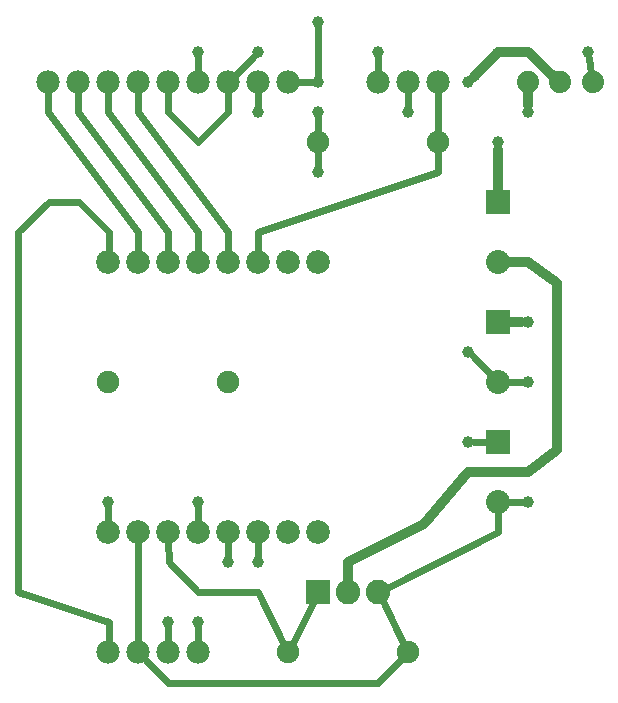
<source format=gbl>
G04 MADE WITH FRITZING*
G04 WWW.FRITZING.ORG*
G04 DOUBLE SIDED*
G04 HOLES PLATED*
G04 CONTOUR ON CENTER OF CONTOUR VECTOR*
%ASAXBY*%
%FSLAX23Y23*%
%MOIN*%
%OFA0B0*%
%SFA1.0B1.0*%
%ADD10C,0.039370*%
%ADD11C,0.079391*%
%ADD12C,0.082000*%
%ADD13C,0.074000*%
%ADD14C,0.078000*%
%ADD15C,0.075000*%
%ADD16C,0.080000*%
%ADD17R,0.082000X0.082000*%
%ADD18R,0.080000X0.080000*%
%ADD19C,0.024000*%
%ADD20C,0.032000*%
%LNCOPPER0*%
G90*
G70*
G54D10*
X422Y647D03*
X722Y647D03*
X722Y2147D03*
X922Y2147D03*
X922Y1947D03*
X1322Y2147D03*
X1122Y1947D03*
X1122Y1747D03*
X1422Y1947D03*
X2022Y2147D03*
X1622Y2047D03*
X1722Y1847D03*
X1822Y1947D03*
X1822Y1247D03*
X1822Y647D03*
X1822Y1047D03*
X1622Y1147D03*
X1622Y847D03*
X822Y447D03*
X622Y247D03*
X922Y447D03*
X722Y247D03*
X1122Y2047D03*
X1122Y2247D03*
G54D11*
X1122Y1447D03*
X1022Y1447D03*
X922Y1447D03*
X822Y1447D03*
X722Y1447D03*
X622Y1447D03*
X522Y1447D03*
X422Y1447D03*
X422Y547D03*
X522Y547D03*
X622Y547D03*
X722Y547D03*
X822Y547D03*
X922Y547D03*
X1022Y547D03*
X1122Y547D03*
G54D12*
X1122Y347D03*
X1222Y347D03*
X1322Y347D03*
G54D13*
X1822Y2047D03*
X1929Y2047D03*
X2036Y2047D03*
G54D14*
X722Y2047D03*
X622Y2047D03*
X522Y2047D03*
X422Y2047D03*
X322Y2047D03*
X222Y2047D03*
X822Y2047D03*
X922Y2047D03*
X1022Y2047D03*
X1322Y2047D03*
X1422Y2047D03*
X1522Y2047D03*
X422Y147D03*
X522Y147D03*
X622Y147D03*
X722Y147D03*
G54D15*
X1122Y1847D03*
X1522Y1847D03*
X1422Y147D03*
X1022Y147D03*
X822Y1047D03*
X422Y1047D03*
G54D16*
X1722Y1647D03*
X1722Y1447D03*
X1722Y1247D03*
X1722Y1047D03*
X1722Y847D03*
X1722Y647D03*
G54D17*
X1122Y347D03*
G54D18*
X1722Y1647D03*
X1722Y1247D03*
X1722Y847D03*
G54D19*
X522Y178D02*
X522Y517D01*
D02*
X422Y628D02*
X422Y578D01*
D02*
X1722Y547D02*
X1351Y362D01*
D02*
X1722Y616D02*
X1722Y547D01*
D02*
X1409Y173D02*
X1337Y319D01*
D02*
X622Y46D02*
X543Y126D01*
D02*
X1322Y46D02*
X622Y46D01*
D02*
X1402Y127D02*
X1322Y46D01*
D02*
X722Y628D02*
X722Y578D01*
D02*
X722Y2077D02*
X722Y2128D01*
D02*
X844Y2069D02*
X909Y2134D01*
D02*
X722Y1847D02*
X822Y1947D01*
D02*
X822Y1947D02*
X822Y2017D01*
D02*
X622Y1947D02*
X722Y1847D01*
D02*
X622Y2017D02*
X622Y1947D01*
D02*
X922Y2017D02*
X922Y1966D01*
D02*
X1052Y2047D02*
X1103Y2047D01*
D02*
X1322Y2128D02*
X1322Y2077D01*
D02*
X1122Y1928D02*
X1122Y1876D01*
D02*
X1122Y1766D02*
X1122Y1819D01*
D02*
X1422Y2017D02*
X1422Y1966D01*
D02*
X2032Y2078D02*
X2025Y2129D01*
G54D20*
D02*
X1722Y2147D02*
X1822Y2147D01*
D02*
X1822Y2147D02*
X1902Y2072D01*
D02*
X1640Y2065D02*
X1722Y2147D01*
D02*
X1722Y1684D02*
X1722Y1823D01*
D02*
X1822Y1972D02*
X1822Y2011D01*
D02*
X1759Y1247D02*
X1798Y1247D01*
G54D19*
D02*
X1753Y1047D02*
X1803Y1047D01*
D02*
X1753Y647D02*
X1803Y647D01*
D02*
X1636Y1134D02*
X1700Y1069D01*
D02*
X1691Y847D02*
X1641Y847D01*
D02*
X622Y178D02*
X622Y228D01*
D02*
X822Y466D02*
X822Y517D01*
D02*
X722Y178D02*
X722Y228D01*
D02*
X922Y466D02*
X922Y517D01*
G54D20*
D02*
X1822Y747D02*
X1622Y747D01*
D02*
X1475Y575D02*
X1222Y447D01*
D02*
X1222Y447D02*
X1222Y385D01*
D02*
X1622Y747D02*
X1475Y575D01*
D02*
X1917Y1377D02*
X1919Y821D01*
D02*
X1919Y821D02*
X1822Y747D01*
D02*
X1822Y1448D02*
X1917Y1377D01*
D02*
X1759Y1447D02*
X1822Y1448D01*
G54D19*
D02*
X1522Y1747D02*
X1522Y1819D01*
D02*
X922Y1547D02*
X1522Y1747D01*
D02*
X922Y1478D02*
X922Y1547D01*
D02*
X1522Y1876D02*
X1522Y2017D01*
D02*
X1122Y2228D02*
X1122Y2066D01*
D02*
X1035Y173D02*
X1108Y319D01*
D02*
X922Y347D02*
X721Y347D01*
D02*
X721Y347D02*
X623Y448D01*
D02*
X623Y448D02*
X622Y517D01*
D02*
X1009Y173D02*
X922Y347D01*
D02*
X222Y1947D02*
X522Y1547D01*
D02*
X522Y1547D02*
X522Y1478D01*
D02*
X222Y2017D02*
X222Y1947D01*
D02*
X322Y1947D02*
X322Y2017D01*
D02*
X622Y1547D02*
X322Y1947D01*
D02*
X622Y1478D02*
X622Y1547D01*
D02*
X422Y1947D02*
X722Y1547D01*
D02*
X722Y1547D02*
X722Y1478D01*
D02*
X422Y2017D02*
X422Y1947D01*
D02*
X522Y1947D02*
X822Y1547D01*
D02*
X822Y1547D02*
X822Y1478D01*
D02*
X522Y2017D02*
X522Y1947D01*
D02*
X424Y249D02*
X423Y178D01*
D02*
X122Y348D02*
X424Y249D01*
D02*
X122Y1548D02*
X122Y348D01*
D02*
X223Y1649D02*
X122Y1548D01*
D02*
X323Y1649D02*
X223Y1649D01*
D02*
X424Y1548D02*
X323Y1649D01*
D02*
X423Y1478D02*
X424Y1548D01*
G04 End of Copper0*
M02*
</source>
